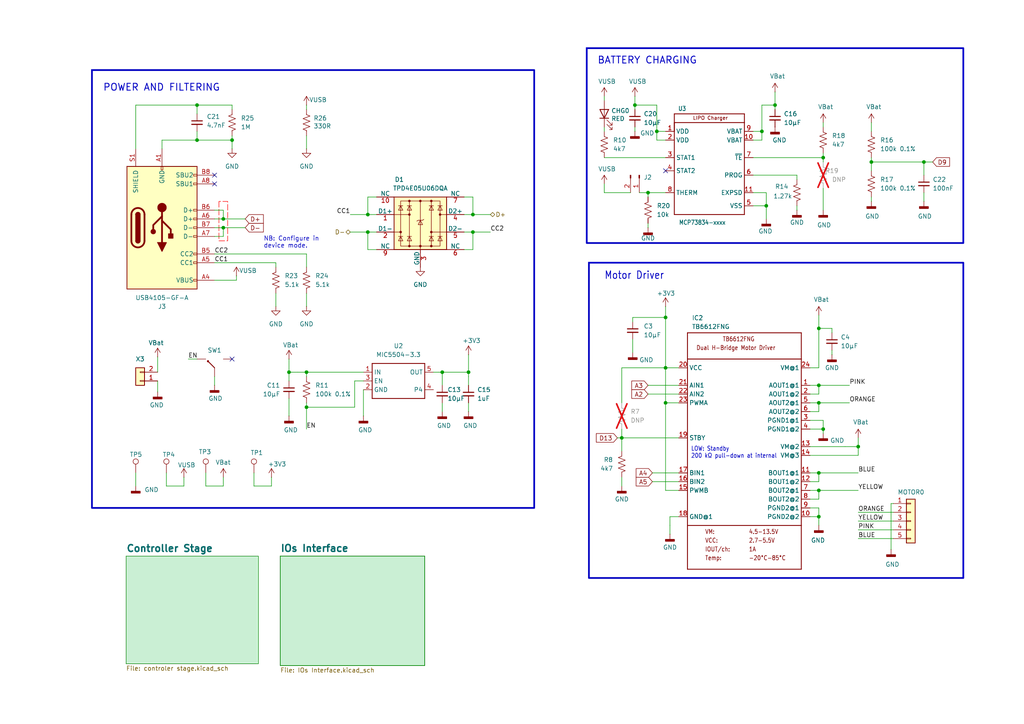
<source format=kicad_sch>
(kicad_sch (version 20250114) (generator "eeschema") (generator_version "9.0")
  (paper "A4")
  (title_block (title "FED3 Control Board") (rev "7.4") (company "Kravitz Lab") (comment 1 "Open Ephys, Inc."))
  (rectangle (start 170.18 13.97) (end 279.4 70.485) (stroke (width 0.5)))
  (rectangle (start 170.815 76.2) (end 279.4 167.64) (stroke (width 0.5)))
  (rectangle (start 26.67 20.32) (end 154.94 147.32) (stroke (width 0.5)))
  (text "Motor Driver" (at 175.26 81.28 0) (effects (font (size 2.1844 1.8567) (thickness 0.2321)) (justify left bottom)))
  (text "POWER AND FILTERING" (at 29.845 26.67 0) (effects (font (size 2 2) (thickness 0.25)) (justify left bottom)))
  (text "BATTERY CHARGING" (at 173.228 18.796 0) (effects (font (size 2 2) (thickness 0.25)) (justify left bottom)))
  (text "NB: Configure in\ndevice mode." (at 76.454 72.136 0) (effects (font (size 1.27 1.27)) (justify left bottom)))
  (text "> Ratios to consider when choosing a battery charger\n\n  IPREG/IREG - Precondition current ration\n  VPTH/VREG - Precondition voltage threshold ration\n                          71.5% is 3.00V for a 4.2V bat\n                          66.5% is 2.79V for a 4.2V bat\n\n  ITERM/IREG - Charge termination current ration\n                          7.5%  of 750 mA is  56.25 mA\n                          20.0% of 750 mA is 150.00 mA\n\n  VRTH/VREG - Recharge voltage threshold ration\n                          96.5% is 4.05V for a 4.2V bat\n                          94.0% is 3.98V for a 4.2V bat\n\n> Note:\n\n  Ideally, the charging should stop when charging current drops bellow 0.1C.\n  Leaving the battery connected to the charger bellow 0.1C can lead to overcharging and potentially damage the battery.\n\n> Current devices with battery chargers\n\n  Harp - Timestamp Gen3 (MCP73831T-2ATI/OT)\n  Open Ephys - Ephys test board (MCP73831T-2ATI/OT)\n     IPREG/IREG - 10%\n     VPTH/VREG - 71.5%\n     ITERM/IREG - 20%\n     VRTH/VREG - 94%\n\n  Open Ephys - FED3 v7.2\n     IPREG/IREG - 10%\n     VPTH/VREG - 66.5%\n     ITERM/IREG - 7.5%\n     VRTH/VREG - 96.5%\n\n> Battery specs\n\n   1C = 4400 mA\n   0.1C = 440 mA\n\n> Options to consider\n\n     MPN                !TE    Timer   ITERM/IREG\n     MCP73834T-CNI/MF   Vbat   4h      20% ~160mA @ IREG = 800mA\n     MCP73834T-FCI/MF   GND    6h      7.5% ~60mA @ IREG = 800mA" (at 300.736 176.276 0) (effects (font (size 2.1844 1.8567) (thickness 0.2321)) (justify left bottom)))
  (text "LOW: Standby\n200 kΩ pull-down at internal" (at 200.406 133.096 0) (effects (font (size 1.27 1.0795)) (justify left bottom)))
  (junction (at 222.25 59.69))
  (junction (at 237.49 142.24))
  (junction (at 83.82 107.95))
  (junction (at 88.9 118.11))
  (junction (at 184.15 30.48))
  (junction (at 67.31 40.64))
  (junction (at 252.73 46.99))
  (junction (at 180.34 127))
  (junction (at 238.76 124.46))
  (junction (at 193.04 116.84))
  (junction (at 137.16 62.23))
  (junction (at 237.49 111.76))
  (junction (at 237.49 116.84))
  (junction (at 135.89 107.95))
  (junction (at 57.15 30.48))
  (junction (at 220.98 38.1))
  (junction (at 64.77 66.04))
  (junction (at 106.68 67.31))
  (junction (at 128.27 107.95))
  (junction (at 88.9 107.95))
  (junction (at 190.5 38.1))
  (junction (at 267.97 46.99))
  (junction (at 238.76 45.72))
  (junction (at 248.92 129.54))
  (junction (at 193.04 92.075))
  (junction (at 193.04 106.68))
  (junction (at 64.77 63.5))
  (junction (at 237.49 137.16))
  (junction (at 106.68 62.23))
  (junction (at 224.79 30.48))
  (junction (at 137.16 67.31))
  (junction (at 237.49 149.86))
  (junction (at 237.49 95.25))
  (junction (at 187.96 55.88))
  (junction (at 57.15 40.64))
  (no_connect (at 193.04 49.53))
  (no_connect (at 67.31 104.14))
  (no_connect (at 62.23 50.8))
  (no_connect (at 62.23 53.34))
  (wire (pts (xy 101.6 62.23) (xy 106.68 62.23)))
  (wire (pts (xy 234.95 129.54) (xy 245.11 129.54)) (stroke (width 0.1524)))
  (wire (pts (xy 267.97 46.99) (xy 252.73 46.99)))
  (wire (pts (xy 238.76 121.92) (xy 238.76 124.46)) (stroke (width 0.1524)))
  (wire (pts (xy 234.95 119.38) (xy 237.49 119.38)) (stroke (width 0.1524)))
  (wire (pts (xy 222.25 55.88) (xy 222.25 59.69)))
  (wire (pts (xy 62.23 73.66) (xy 88.9 73.66)))
  (wire (pts (xy 45.72 113.665) (xy 45.72 110.49)) (stroke (width 0.1524)))
  (wire (pts (xy 184.15 30.48) (xy 190.5 30.48)))
  (wire (pts (xy 88.9 107.95) (xy 105.41 107.95)) (stroke (width 0.1524)))
  (wire (pts (xy 234.95 132.08) (xy 248.92 132.08)) (stroke (width 0.1524)))
  (wire (pts (xy 218.44 40.64) (xy 220.98 40.64)))
  (wire (pts (xy 218.44 55.88) (xy 222.25 55.88)))
  (wire (pts (xy 224.79 31.75) (xy 224.79 30.48)))
  (wire (pts (xy 59.69 137.16) (xy 59.69 140.97)))
  (wire (pts (xy 59.69 140.97) (xy 64.77 140.97)))
  (wire (pts (xy 194.31 152.4) (xy 194.31 154.94)))
  (wire (pts (xy 80.01 85.09) (xy 80.01 88.9)))
  (wire (pts (xy 193.04 92.075) (xy 193.04 88.9)) (stroke (width 0.1524)))
  (wire (pts (xy 78.74 140.97) (xy 78.74 138.43)))
  (wire (pts (xy 57.15 104.14) (xy 54.61 104.14)) (stroke (width 0.1524)))
  (wire (pts (xy 62.23 109.22) (xy 62.23 111.76)) (stroke (width 0.1524)))
  (wire (pts (xy 101.6 67.31) (xy 106.68 67.31)))
  (wire (pts (xy 62.23 66.04) (xy 64.77 66.04)))
  (wire (pts (xy 88.9 39.37) (xy 88.9 43.18)))
  (wire (pts (xy 234.95 114.3) (xy 237.49 114.3)) (stroke (width 0.1524)))
  (wire (pts (xy 134.62 72.39) (xy 137.16 72.39)))
  (wire (pts (xy 238.76 44.45) (xy 238.76 45.72)))
  (wire (pts (xy 220.98 40.64) (xy 220.98 38.1)))
  (wire (pts (xy 88.9 85.09) (xy 88.9 88.9)))
  (wire (pts (xy 241.3 96.52) (xy 241.3 95.25)) (stroke (width 0.1524)))
  (wire (pts (xy 259.08 153.67) (xy 248.92 153.67)) (stroke (width 0.1524)))
  (wire (pts (xy 128.27 107.95) (xy 135.89 107.95)) (stroke (width 0.1524)))
  (wire (pts (xy 218.44 50.8) (xy 231.14 50.8)))
  (wire (pts (xy 88.9 109.22) (xy 88.9 107.95)))
  (wire (pts (xy 237.49 111.76) (xy 246.38 111.76)) (stroke (width 0.1524)))
  (wire (pts (xy 57.15 38.1) (xy 57.15 40.64)))
  (wire (pts (xy 237.49 137.16) (xy 248.92 137.16)) (stroke (width 0.1524)))
  (wire (pts (xy 237.49 144.78) (xy 237.49 142.24)) (stroke (width 0.1524)))
  (wire (pts (xy 128.27 116.84) (xy 128.27 119.38)) (stroke (width 0.1524)))
  (wire (pts (xy 224.79 26.67) (xy 224.79 30.48)))
  (wire (pts (xy 57.15 30.48) (xy 57.15 33.02)))
  (wire (pts (xy 196.85 137.16) (xy 189.23 137.16)) (stroke (width 0.1524)))
  (wire (pts (xy 193.04 116.84) (xy 193.04 142.24)) (stroke (width 0.1524)))
  (wire (pts (xy 187.96 57.15) (xy 187.96 55.88)))
  (wire (pts (xy 64.77 60.96) (xy 64.77 63.5)))
  (wire (pts (xy 86.36 107.95) (xy 88.9 107.95)))
  (wire (pts (xy 180.34 138.43) (xy 180.34 140.97)) (stroke (width 0.1524)))
  (wire (pts (xy 248.92 127) (xy 248.92 129.54)))
  (wire (pts (xy 39.37 137.16) (xy 39.37 140.97)))
  (wire (pts (xy 237.49 95.25) (xy 237.49 106.68)) (stroke (width 0.1524)))
  (wire (pts (xy 46.99 40.64) (xy 46.99 43.18)))
  (wire (pts (xy 64.77 63.5) (xy 71.12 63.5)))
  (wire (pts (xy 128.27 109.22) (xy 128.27 107.95)) (stroke (width 0.1524)))
  (wire (pts (xy 142.24 62.23) (xy 137.16 62.23)))
  (wire (pts (xy 237.49 149.86) (xy 237.49 152.4)) (stroke (width 0.1524)))
  (wire (pts (xy 39.37 30.48) (xy 57.15 30.48)))
  (wire (pts (xy 252.73 57.15) (xy 252.73 58.42)))
  (wire (pts (xy 190.5 38.1) (xy 190.5 40.64)))
  (wire (pts (xy 135.89 107.95) (xy 135.89 109.22)) (stroke (width 0.1524)))
  (wire (pts (xy 248.92 129.54) (xy 248.92 132.08)))
  (wire (pts (xy 179.07 127) (xy 180.34 127)) (stroke (width 0.1524)))
  (wire (pts (xy 238.76 45.72) (xy 238.76 46.99)))
  (wire (pts (xy 196.85 116.84) (xy 193.04 116.84)) (stroke (width 0.1524)))
  (wire (pts (xy 237.49 95.25) (xy 241.3 95.25)) (stroke (width 0.1524)))
  (wire (pts (xy 175.26 53.34) (xy 175.26 55.88)))
  (wire (pts (xy 238.76 54.61) (xy 238.76 60.96)))
  (wire (pts (xy 62.23 76.2) (xy 80.01 76.2)))
  (wire (pts (xy 83.82 115.57) (xy 83.82 120.65)) (stroke (width 0.1524)))
  (wire (pts (xy 183.515 93.345) (xy 183.515 92.075)) (stroke (width 0.1524)))
  (wire (pts (xy 234.95 111.76) (xy 237.49 111.76)) (stroke (width 0.1524)))
  (wire (pts (xy 135.89 109.22) (xy 135.89 111.76)))
  (wire (pts (xy 106.68 57.15) (xy 106.68 62.23)))
  (wire (pts (xy 183.515 92.075) (xy 193.04 92.075)) (stroke (width 0.1524)))
  (wire (pts (xy 73.66 137.16) (xy 73.66 140.97)))
  (wire (pts (xy 259.08 156.21) (xy 248.92 156.21)) (stroke (width 0.1524)))
  (wire (pts (xy 83.82 107.95) (xy 86.36 107.95)) (stroke (width 0.1524)))
  (wire (pts (xy 234.95 124.46) (xy 238.76 124.46)) (stroke (width 0.1524)))
  (wire (pts (xy 238.76 124.46) (xy 238.76 125.73)) (stroke (width 0.1524)))
  (wire (pts (xy 135.89 116.84) (xy 135.89 119.38)) (stroke (width 0.1524)))
  (wire (pts (xy 180.34 124.46) (xy 180.34 127)) (stroke (width 0.1524)))
  (wire (pts (xy 184.15 36.83) (xy 184.15 38.1)))
  (wire (pts (xy 270.51 46.99) (xy 267.97 46.99)))
  (wire (pts (xy 259.08 151.13) (xy 248.92 151.13)) (stroke (width 0.1524)))
  (wire (pts (xy 234.95 142.24) (xy 237.49 142.24)) (stroke (width 0.1524)))
  (wire (pts (xy 190.5 30.48) (xy 190.5 38.1)))
  (wire (pts (xy 175.26 45.72) (xy 193.04 45.72)))
  (wire (pts (xy 237.49 116.84) (xy 237.49 119.38)) (stroke (width 0.1524)))
  (wire (pts (xy 62.23 81.28) (xy 68.58 81.28)))
  (wire (pts (xy 259.08 146.05) (xy 258.445 146.05)) (stroke (width 0.1524)))
  (wire (pts (xy 128.27 109.22) (xy 128.27 111.76)))
  (wire (pts (xy 187.96 114.3) (xy 196.85 114.3)) (stroke (width 0.1524)))
  (wire (pts (xy 196.85 139.7) (xy 189.23 139.7)) (stroke (width 0.1524)))
  (wire (pts (xy 73.66 140.97) (xy 78.74 140.97)))
  (wire (pts (xy 237.49 91.44) (xy 237.49 95.25)) (stroke (width 0.1524)))
  (wire (pts (xy 62.23 60.96) (xy 64.77 60.96)))
  (wire (pts (xy 175.26 27.94) (xy 175.26 29.21)))
  (wire (pts (xy 64.77 140.97) (xy 64.77 138.43)))
  (wire (pts (xy 180.34 106.68) (xy 193.04 106.68)) (stroke (width 0.1524)))
  (wire (pts (xy 234.95 144.78) (xy 237.49 144.78)) (stroke (width 0.1524)))
  (wire (pts (xy 234.95 147.32) (xy 237.49 147.32)) (stroke (width 0.1524)))
  (wire (pts (xy 88.9 116.84) (xy 88.9 118.11)) (stroke (width 0.1524)))
  (wire (pts (xy 220.98 30.48) (xy 224.79 30.48)))
  (wire (pts (xy 234.95 149.86) (xy 237.49 149.86)) (stroke (width 0.1524)))
  (wire (pts (xy 241.3 101.6) (xy 241.3 102.87)))
  (wire (pts (xy 248.92 129.54) (xy 245.11 129.54)))
  (wire (pts (xy 231.14 50.8) (xy 231.14 52.07)))
  (wire (pts (xy 237.49 147.32) (xy 237.49 149.86)) (stroke (width 0.1524)))
  (wire (pts (xy 135.89 107.95) (xy 135.89 102.87)) (stroke (width 0.1524)))
  (wire (pts (xy 106.68 72.39) (xy 106.68 67.31)))
  (wire (pts (xy 190.5 40.64) (xy 193.04 40.64)))
  (wire (pts (xy 184.15 27.94) (xy 184.15 30.48)))
  (wire (pts (xy 237.49 116.84) (xy 246.38 116.84)) (stroke (width 0.1524)))
  (wire (pts (xy 45.72 103.505) (xy 45.72 107.95)) (stroke (width 0.1524)))
  (wire (pts (xy 67.31 30.48) (xy 57.15 30.48)))
  (wire (pts (xy 109.22 72.39) (xy 106.68 72.39)))
  (wire (pts (xy 180.34 127) (xy 180.34 130.81)) (stroke (width 0.1524)))
  (wire (pts (xy 234.95 137.16) (xy 237.49 137.16)) (stroke (width 0.1524)))
  (wire (pts (xy 102.87 118.11) (xy 102.87 110.49)) (stroke (width 0.1524)))
  (wire (pts (xy 109.22 57.15) (xy 106.68 57.15)))
  (wire (pts (xy 196.85 106.68) (xy 193.04 106.68)) (stroke (width 0.1524)))
  (wire (pts (xy 105.41 113.03) (xy 105.41 120.65)) (stroke (width 0.1524)))
  (wire (pts (xy 237.49 106.68) (xy 234.95 106.68)))
  (wire (pts (xy 175.26 36.83) (xy 175.26 38.1)))
  (wire (pts (xy 180.34 127) (xy 196.85 127)) (stroke (width 0.1524)))
  (wire (pts (xy 67.31 39.37) (xy 67.31 40.64)))
  (wire (pts (xy 234.95 139.7) (xy 237.49 139.7)) (stroke (width 0.1524)))
  (wire (pts (xy 238.76 121.92) (xy 234.95 121.92)) (stroke (width 0.1524)))
  (wire (pts (xy 64.77 66.04) (xy 71.12 66.04)))
  (wire (pts (xy 184.15 31.75) (xy 184.15 30.48)))
  (wire (pts (xy 134.62 57.15) (xy 137.16 57.15)))
  (wire (pts (xy 62.23 63.5) (xy 64.77 63.5)))
  (wire (pts (xy 234.95 116.84) (xy 237.49 116.84)) (stroke (width 0.1524)))
  (wire (pts (xy 134.62 67.31) (xy 137.16 67.31)))
  (wire (pts (xy 193.04 106.68) (xy 193.04 116.84)) (stroke (width 0.1524)))
  (wire (pts (xy 88.9 118.11) (xy 102.87 118.11)) (stroke (width 0.1524)))
  (wire (pts (xy 53.34 140.97) (xy 53.34 138.43)))
  (wire (pts (xy 187.96 55.88) (xy 193.04 55.88)))
  (wire (pts (xy 237.49 111.76) (xy 237.49 114.3)) (stroke (width 0.1524)))
  (wire (pts (xy 187.96 64.77) (xy 187.96 66.04)))
  (wire (pts (xy 62.23 68.58) (xy 64.77 68.58)))
  (wire (pts (xy 193.04 106.68) (xy 193.04 92.075)) (stroke (width 0.1524)))
  (wire (pts (xy 183.515 98.425) (xy 183.515 102.235)) (stroke (width 0.1524)))
  (wire (pts (xy 48.26 137.16) (xy 48.26 140.97)))
  (wire (pts (xy 267.97 46.99) (xy 267.97 50.8)))
  (wire (pts (xy 83.82 107.95) (xy 83.82 110.49)) (stroke (width 0.1524)))
  (wire (pts (xy 259.08 148.59) (xy 248.92 148.59)) (stroke (width 0.1524)))
  (wire (pts (xy 218.44 38.1) (xy 220.98 38.1)))
  (wire (pts (xy 187.96 111.76) (xy 196.85 111.76)) (stroke (width 0.1524)))
  (wire (pts (xy 222.25 59.69) (xy 222.25 63.5)))
  (wire (pts (xy 267.97 55.88) (xy 267.97 58.42)))
  (wire (pts (xy 137.16 62.23) (xy 134.62 62.23)))
  (wire (pts (xy 39.37 30.48) (xy 39.37 43.18)))
  (wire (pts (xy 106.68 67.31) (xy 109.22 67.31)))
  (wire (pts (xy 57.15 40.64) (xy 46.99 40.64)))
  (wire (pts (xy 88.9 30.48) (xy 88.9 31.75)))
  (wire (pts (xy 237.49 139.7) (xy 237.49 137.16)) (stroke (width 0.1524)))
  (wire (pts (xy 252.73 46.99) (xy 252.73 45.72)))
  (wire (pts (xy 252.73 35.56) (xy 252.73 38.1)))
  (wire (pts (xy 88.9 73.66) (xy 88.9 77.47)))
  (wire (pts (xy 102.87 110.49) (xy 105.41 110.49)) (stroke (width 0.1524)))
  (wire (pts (xy 220.98 30.48) (xy 220.98 38.1)))
  (wire (pts (xy 83.82 104.14) (xy 83.82 107.95)) (stroke (width 0.1524)))
  (wire (pts (xy 137.16 57.15) (xy 137.16 62.23)))
  (wire (pts (xy 185.42 55.88) (xy 187.96 55.88)))
  (wire (pts (xy 67.31 31.75) (xy 67.31 30.48)))
  (wire (pts (xy 137.16 67.31) (xy 142.24 67.31)))
  (wire (pts (xy 196.85 142.24) (xy 193.04 142.24)) (stroke (width 0.1524)))
  (wire (pts (xy 196.85 149.86) (xy 194.31 149.86)) (stroke (width 0.1524)))
  (wire (pts (xy 67.31 40.64) (xy 67.31 43.18)))
  (wire (pts (xy 125.73 107.95) (xy 128.27 107.95)) (stroke (width 0.1524)))
  (wire (pts (xy 80.01 76.2) (xy 80.01 77.47)))
  (wire (pts (xy 194.31 149.86) (xy 194.31 152.4)) (stroke (width 0.1524)))
  (wire (pts (xy 180.34 106.68) (xy 180.34 116.84)) (stroke (width 0.1524)))
  (wire (pts (xy 238.76 35.56) (xy 238.76 36.83)))
  (wire (pts (xy 218.44 45.72) (xy 238.76 45.72)))
  (wire (pts (xy 68.58 80.01) (xy 68.58 81.28)))
  (wire (pts (xy 64.77 66.04) (xy 64.77 68.58)))
  (wire (pts (xy 231.14 60.96) (xy 231.14 59.69)) (stroke (width 0.1524)))
  (wire (pts (xy 237.49 142.24) (xy 248.92 142.24)) (stroke (width 0.1524)))
  (wire (pts (xy 193.04 38.1) (xy 190.5 38.1)))
  (wire (pts (xy 218.44 59.69) (xy 222.25 59.69)))
  (wire (pts (xy 252.73 46.99) (xy 252.73 49.53)))
  (wire (pts (xy 88.9 118.11) (xy 88.9 124.46)) (stroke (width 0.1524)))
  (wire (pts (xy 57.15 40.64) (xy 67.31 40.64)))
  (wire (pts (xy 137.16 72.39) (xy 137.16 67.31)))
  (wire (pts (xy 258.445 146.05) (xy 258.445 159.385)))
  (wire (pts (xy 106.68 62.23) (xy 109.22 62.23)))
  (wire (pts (xy 182.88 55.88) (xy 175.26 55.88)))
  (wire (pts (xy 48.26 140.97) (xy 53.34 140.97)))
  (label "CC2" (at 62.23 73.66 0))
  (label "ORANGE" (at 246.38 116.84 0))
  (label "BLUE" (at 248.92 137.16 0))
  (label "EN" (at 54.61 104.14 0) (effects (font (thickness 0.1588))))
  (label "ORANGE" (at 248.92 148.59 0))
  (label "EN" (at 88.9 124.46 0) (effects (font (thickness 0.1588))))
  (label "CC1" (at 62.23 76.2 0))
  (label "YELLOW" (at 248.92 142.24 0))
  (label "CC2" (at 142.24 67.31 0))
  (label "YELLOW" (at 248.92 151.13 0))
  (label "BLUE" (at 248.92 156.21 0))
  (label "PINK" (at 246.38 111.76 0))
  (label "CC1" (at 101.6 62.23 180))
  (label "PINK" (at 248.92 153.67 0))
  (global_label "A4" (shape input) (at 189.23 137.16 180) (property "Intersheetrefs" "${INTERSHEET_REFS}" (effects (hide yes))))
  (global_label "A3" (shape input) (at 187.96 111.76 180) (property "Intersheetrefs" "${INTERSHEET_REFS}" (effects (hide yes))))
  (global_label "D+" (shape input) (at 71.12 63.5 0) (property "Intersheetrefs" "${INTERSHEET_REFS}" (effects (hide yes))))
  (global_label "A2" (shape input) (at 187.96 114.3 180) (property "Intersheetrefs" "${INTERSHEET_REFS}" (effects (hide yes))))
  (global_label "D13" (shape input) (at 179.07 127 180) (property "Intersheetrefs" "${INTERSHEET_REFS}" (effects (hide yes))))
  (global_label "D-" (shape input) (at 71.12 66.04 0) (property "Intersheetrefs" "${INTERSHEET_REFS}" (effects (hide yes))))
  (global_label "D9" (shape input) (at 270.51 46.99 0) (property "Intersheetrefs" "${INTERSHEET_REFS}" (effects (hide yes))))
  (global_label "A5" (shape input) (at 189.23 139.7 180) (property "Intersheetrefs" "${INTERSHEET_REFS}" (effects (hide yes))))
  (hierarchical_label "D+" (shape bidirectional) (at 142.24 62.23 0))
  (hierarchical_label "D-" (shape bidirectional) (at 101.6 67.31 180))
  (rule_area (polyline (pts (xy 63.5 58.42) (xy 63.5 69.85) (xy 66.04 69.85) (xy 66.04 58.42)) (stroke (width 0) (type dash))))
  (symbol (lib_id "power:+3V3") (at 193.04 88.9 0) (mirror y) (unit 1)
    (property "Reference" "#+3V06" (effects (hide yes)))
    (property "Value" "+3V3" (at 190.5 85.09 0) (effects (justify right)))
  )
  (symbol (lib_id "Device:R_US") (at 88.9 113.03 0) (unit 1)
    (property "Reference" "R11" (at 91.44 111.7599 0) (effects (justify left)))
    (property "Value" "100k 0.1%" (at 91.44 114.2999 0) (effects (font (thickness 0.1588)) (justify left)))
    (property "Footprint" "Resistor_SMD:R_0402_1005Metric" (effects (hide yes)))
    (property "Description" "SMD 0402 100kΩ ±0.1% 0.063W" (effects (hide yes)))
    (property "OEPSPN" "OEPS020175" (effects (hide yes)))
    (property "MPN" "RG1005P-104-B-T5" (effects (hide yes)))
  )
  (symbol (lib_id "FED3 SymbLib:V_Batt") (at 224.79 26.67 0) (unit 1)
    (property "Reference" "#PWR059" (effects (hide yes)))
    (property "Value" "VBat" (at 223.266 22.098 0) (effects (justify left)))
    (property "Description" "Power symbol creates a global label with name \"V_Batt\"" (effects (hide yes)))
  )
  (symbol (lib_id "power:GNDD") (at 231.14 60.96 0) (unit 1)
    (property "Reference" "#PWR062" (effects (hide yes)))
    (property "Value" "GND" (at 229.108 64.516 0) (effects (justify left)))
    (property "Description" "Power symbol creates a global label with name \"GNDD\" , digital ground" (effects (hide yes)))
  )
  (symbol (lib_id "power:+3V3") (at 135.89 102.87 0) (mirror y) (unit 1)
    (property "Reference" "#+3V02" (effects (hide yes)))
    (property "Value" "+3V3" (at 134.112 98.806 0) (effects (justify right)))
  )
  (symbol (lib_id "FED3 SymbLib:V_Batt") (at 45.72 103.505 0) (mirror y) (unit 1)
    (property "Reference" "#PWR05" (effects (hide yes)))
    (property "Value" "VBat" (at 47.498 99.441 0) (effects (justify left)))
    (property "Description" "Power symbol creates a global label with name \"V_Batt\"" (effects (hide yes)))
  )
  (symbol (lib_id "Connector_Generic:Conn_01x02") (at 40.64 110.49 180) (unit 1)
    (property "Reference" "X3" (at 40.64 104.14 0))
    (property "Value" "B2B-PH-K-S" (effects (hide yes)))
    (property "Footprint" "FED3_PCBLib:JST-XH-02-PACKAGE-ROUND-PAD" (effects (hide yes)))
    (property "Description" "Generic connector, single row, 01x02" (effects (hide yes)))
    (property "OEPSPN" "OEPS070130" (effects (hide yes)))
    (property "MPN" "B2B-PH-K-S(LF)(SN)" (effects (hide yes)))
  )
  (symbol (lib_id "power:GNDD") (at 39.37 140.97 0) (unit 1)
    (property "Reference" "#PWR067" (effects (hide yes)))
    (property "Value" "GND" (at 41.91 142.0494 0) (effects (justify left)))
    (property "Description" "Power symbol creates a global label with name \"GNDD\" , digital ground" (effects (hide yes)))
  )
  (symbol (lib_id "power:GNDD") (at 258.445 159.385 0) (mirror y) (unit 1)
    (property "Reference" "#PWR051" (effects (hide yes)))
    (property "Value" "GND" (at 256.794 163.703 0) (effects (justify right)))
    (property "Description" "Power symbol creates a global label with name \"GNDD\" , digital ground" (effects (hide yes)))
  )
  (symbol (lib_id "Device:R_US") (at 88.9 35.56 0) (unit 1)
    (property "Reference" "R26" (at 90.932 34.29 0) (effects (justify left)))
    (property "Value" "330R" (at 90.932 36.576 0) (effects (font (thickness 0.1588)) (justify left)))
    (property "Footprint" "Resistor_SMD:R_0402_1005Metric" (effects (hide yes)))
    (property "Description" "SMD 0402 330Ω ±1% 0.200W" (effects (hide yes)))
    (property "OEPSPN" "OEPS020191" (effects (hide yes)))
    (property "MPN" "CRCW0402330RFKEDHP" (effects (hide yes)))
  )
  (symbol (lib_id "power:GNDD") (at 241.3 102.87 0) (mirror y) (unit 1)
    (property "Reference" "#PWR014" (effects (hide yes)))
    (property "Value" "GND" (at 239.268 106.68 0) (effects (justify right)))
    (property "Description" "Power symbol creates a global label with name \"GNDD\" , digital ground" (effects (hide yes)))
  )
  (symbol (lib_id "Device:C_Small") (at 128.27 114.3 0) (unit 1)
    (property "Reference" "C13" (at 129.794 113.03 0) (effects (justify left)))
    (property "Value" "10µF" (at 129.794 115.57 0) (effects (justify left)))
    (property "Footprint" "Capacitor_SMD:C_0402_1005Metric" (effects (hide yes)))
    (property "Description" "Unpolarized capacitor, small symbol" (effects (hide yes)))
    (property "OEPSPN" "OEPS010038" (effects (hide yes)))
    (property "MPN" "CL05A106MP5NUNC" (effects (hide yes)))
  )
  (symbol (lib_id "FED3 SymbLib:VREG_SOT23-5") (at 115.57 110.49 0) (unit 1)
    (property "Reference" "U2" (at 115.57 100.33 0))
    (property "Value" "MIC5504-3.3" (at 115.57 102.87 0))
    (property "Footprint" "Package_TO_SOT_SMD:SOT-23-5" (effects (hide yes)))
    (property "Description" "LDO 3.3V 300mA" (effects (hide yes)))
    (property "OEPSPN" "OEPS080052" (effects (hide yes)))
    (property "MPN" "MIC5504-3.3YM5-TR" (effects (hide yes)))
  )
  (symbol (lib_id "power:GNDD") (at 180.34 140.97 0) (unit 1)
    (property "Reference" "#PWR019" (effects (hide yes)))
    (property "Value" "GND" (at 178.308 144.78 0) (effects (justify left)))
    (property "Description" "Power symbol creates a global label with name \"GNDD\" , digital ground" (effects (hide yes)))
  )
  (symbol (lib_id "Device:C_Small") (at 135.89 114.3 0) (unit 1)
    (property "Reference" "C15" (at 138.43 113.0362 0) (effects (justify left)))
    (property "Value" "1uF" (at 138.43 115.5762 0) (effects (justify left)))
    (property "Footprint" "Capacitor_SMD:C_0402_1005Metric" (effects (hide yes)))
    (property "Description" "SMD CER 0402 1uF 25V ±10% X5R" (effects (hide yes)))
    (property "OEPSPN" "OEPS010030" (effects (hide yes)))
    (property "MPN" "C1005X5R1E105K050BC" (effects (hide yes)))
  )
  (symbol (lib_id "Device:R_US") (at 231.14 55.88 0) (mirror y) (unit 1)
    (property "Reference" "R14" (at 224.79 54.102 0) (effects (justify right)))
    (property "Value" "1.27k" (at 224.282 56.896 0) (effects (justify right)))
    (property "Footprint" "Resistor_SMD:R_0402_1005Metric" (effects (hide yes)))
    (property "Description" "SMD 0402 1.27kΩ ±1% 0.063W" (effects (hide yes)))
    (property "OEPSPN" "OEPS020190" (effects (hide yes)))
    (property "MPN" "CRCW04021K27FKED" (effects (hide yes)))
  )
  (symbol (lib_id "FED3 SymbLib:VUSB") (at 88.9 30.48 0) (unit 1)
    (property "Reference" "#PWR074" (effects (hide yes)))
    (property "Value" "VUSB" (at 89.662 28.956 0) (effects (justify left)))
    (property "Description" "Power symbol creates a global label with name \"VUSB\"" (effects (hide yes)))
  )
  (symbol (lib_id "power:GNDD") (at 105.41 120.65 0) (unit 1)
    (property "Reference" "#PWR0103" (effects (hide yes)))
    (property "Value" "GND" (at 103.886 124.714 0) (effects (justify left)))
    (property "Description" "Power symbol creates a global label with name \"GNDD\" , digital ground" (effects (hide yes)))
  )
  (symbol (lib_id "FED3 SymbLib:VUSB") (at 184.15 27.94 0) (unit 1)
    (property "Reference" "#PWR02" (effects (hide yes)))
    (property "Value" "VUSB" (at 182.372 23.622 0) (effects (justify left)))
    (property "Description" "Power symbol creates a global label with name \"VUSB\"" (effects (hide yes)))
  )
  (symbol (lib_id "Device:C_Small") (at 267.97 53.34 0) (unit 1)
    (property "Reference" "C22" (at 270.51 52.0762 0) (effects (justify left)))
    (property "Value" "100nF" (at 270.51 54.6162 0) (effects (justify left)))
    (property "Footprint" "Capacitor_SMD:C_0402_1005Metric" (effects (hide yes)))
    (property "Description" "SMD CER 0402 100nF 25V ±10% X7R" (effects (hide yes)))
    (property "OEPSPN" "OEPS010050" (effects (hide yes)))
    (property "MPN" "C1005X7R1E104K050BB" (effects (hide yes)))
  )
  (symbol (lib_id "power:GND") (at 67.31 43.18 0) (mirror y) (unit 1)
    (property "Reference" "#PWR0732" (effects (hide yes)))
    (property "Value" "GND" (at 67.31 48.26 0))
    (property "Description" "Power symbol creates a global label with name \"GND\" , ground" (effects (hide yes)))
  )
  (symbol (lib_id "power:GNDD") (at 187.96 66.04 0) (mirror y) (unit 1)
    (property "Reference" "#PWR066" (effects (hide yes)))
    (property "Value" "GND" (at 189.992 69.088 0) (effects (justify left)))
    (property "Description" "Power symbol creates a global label with name \"GNDD\" , digital ground" (effects (hide yes)))
  )
  (symbol (lib_id "Connector:USB_C_Receptacle_USB2.0_16P") (at 46.99 66.04 0) (mirror x) (unit 1)
    (property "Reference" "J3" (at 46.99 88.9 0))
    (property "Value" "USB4105-GF-A" (at 46.99 86.36 0))
    (property "Footprint" "Connector_USB:USB_C_Receptacle_GCT_USB4105-xx-A_16P_TopMnt_Horizontal" (effects (hide yes)))
    (property "Datasheet" "https://www.usb.org/sites/default/files/documents/usb_type-c.zip" (effects (hide yes)))
    (property "Description" "USB 2.0-only 16P Type-C Receptacle connector" (effects (hide yes)))
    (property "MPN" "USB4105-GF-A" (effects (hide yes)))
    (property "OEPSPN" "OEPS070105" (effects (hide yes)))
  )
  (symbol (lib_id "Connector:TestPoint") (at 39.37 137.16 0) (unit 1) (in_bom no)
    (property "Reference" "TP5" (at 37.592 131.826 0) (effects (justify left)))
    (property "Value" "GND" (effects (hide yes)))
    (property "Footprint" "TestPoint:TestPoint_THTPad_2.0x2.0mm_Drill1.0mm" (effects (hide yes)))
    (property "Description" "test point" (effects (hide yes)))
  )
  (symbol (lib_id "FED3 SymbLib:V_Batt") (at 64.77 138.43 0) (unit 1)
    (property "Reference" "#PWR065" (effects (hide yes)))
    (property "Value" "VBat" (at 62.484 134.112 0) (effects (justify left)))
    (property "Description" "Power symbol creates a global label with name \"V_Batt\"" (effects (hide yes)))
  )
  (symbol (lib_id "Device:R_US") (at 180.34 134.62 0) (mirror x) (unit 1)
    (property "Reference" "R8" (at 177.8 133.3499 0) (effects (justify right)))
    (property "Value" "4k7" (at 177.8 135.8899 0) (effects (font (thickness 0.1588)) (justify right)))
    (property "Footprint" "Resistor_SMD:R_0402_1005Metric" (effects (hide yes)))
    (property "Description" "SMD 0402 4.7k 1% 0.100W" (effects (hide yes)))
    (property "OEPSPN" "OEPS020010" (effects (hide yes)))
    (property "MPN" "ERJ-2RKF4701X" (effects (hide yes)))
  )
  (symbol (lib_id "FED3_v7.3 SymLib:VUSB") (at 53.34 138.43 0) (unit 1)
    (property "Reference" "#PWR09" (effects (hide yes)))
    (property "Value" "VUSB" (at 51.562 134.874 0) (effects (justify left)))
    (property "Description" "Power symbol creates a global label with name \"VUSB\"" (effects (hide yes)))
  )
  (symbol (lib_id "power:GNDD") (at 194.31 154.94 0) (unit 1)
    (property "Reference" "#PWR013" (effects (hide yes)))
    (property "Value" "GND" (at 192.278 158.75 0) (effects (justify left)))
    (property "Description" "Power symbol creates a global label with name \"GNDD\" , digital ground" (effects (hide yes)))
  )
  (symbol (lib_id "power:GNDD") (at 183.515 102.235 0) (unit 1)
    (property "Reference" "#PWR010" (effects (hide yes)))
    (property "Value" "GND" (at 185.42 104.394 0) (effects (justify left)))
    (property "Description" "Power symbol creates a global label with name \"GNDD\" , digital ground" (effects (hide yes)))
  )
  (symbol (lib_id "Device:C_Small") (at 241.3 99.06 0) (mirror y) (unit 1)
    (property "Reference" "C4" (at 243.84 97.7962 0) (effects (justify right)))
    (property "Value" "10µF" (at 243.84 100.3362 0) (effects (justify right)))
    (property "Footprint" "Capacitor_SMD:C_0402_1005Metric" (effects (hide yes)))
    (property "Description" "Unpolarized capacitor, small symbol" (effects (hide yes)))
    (property "OEPSPN" "OEPS010038" (effects (hide yes)))
    (property "MPN" "CL05A106MP5NUNC" (effects (hide yes)))
  )
  (symbol (lib_id "Device:C_Small") (at 184.15 34.29 0) (unit 1)
    (property "Reference" "C20" (at 186.69 33.0262 0) (effects (justify left)))
    (property "Value" "10µF" (at 186.69 35.5662 0) (effects (justify left)))
    (property "Footprint" "Capacitor_SMD:C_0402_1005Metric" (effects (hide yes)))
    (property "Description" "Unpolarized capacitor, small symbol" (effects (hide yes)))
    (property "OEPSPN" "OEPS010038" (effects (hide yes)))
    (property "MPN" "CL05A106MP5NUNC" (effects (hide yes)))
  )
  (symbol (lib_id "power:GNDD") (at 62.23 111.76 0) (unit 1)
    (property "Reference" "#PWR021" (effects (hide yes)))
    (property "Value" "GND" (at 60.452 115.57 0) (effects (justify left)))
    (property "Description" "Power symbol creates a global label with name \"GNDD\" , digital ground" (effects (hide yes)))
  )
  (symbol (lib_id "Device:LED") (at 175.26 33.02 90) (unit 1)
    (property "Reference" "CHG0" (at 177.292 32.131 90) (effects (justify right)))
    (property "Value" "RED" (at 177.292 34.417 90) (effects (justify right)))
    (property "Footprint" "LED_SMD:LED_0603_1608Metric" (effects (hide yes)))
    (property "Description" "Light emitting diode" (effects (hide yes)))
    (property "OEPSPN" "OEPS030038" (effects (hide yes)))
    (property "MPN" "VFHR1116P-4C82A-TR" (effects (hide yes)))
  )
  (symbol (lib_id "power:GND") (at 121.92 77.47 0) (unit 1)
    (property "Reference" "#PWR0738" (effects (hide yes)))
    (property "Value" "GND" (at 121.92 82.55 0))
    (property "Description" "Power symbol creates a global label with name \"GND\" , ground" (effects (hide yes)))
  )
  (symbol (lib_id "Device:R_US") (at 187.96 60.96 0) (mirror y) (unit 1)
    (property "Reference" "R20" (at 190.5 59.6899 0) (effects (justify right)))
    (property "Value" "10k" (at 190.5 62.2299 0) (effects (font (thickness 0.127)) (justify right)))
    (property "Footprint" "Resistor_SMD:R_0402_1005Metric" (effects (hide yes)))
    (property "Description" "SMD 0402 10kΩ ±1% 0.100W" (effects (hide yes)))
    (property "OEPSPN" "OEPS020013" (effects (hide yes)))
    (property "MPN" "ERJ-2RKF1002X" (effects (hide yes)))
  )
  (symbol (lib_id "power:GNDD") (at 222.25 63.5 0) (unit 1)
    (property "Reference" "#PWR023" (effects (hide yes)))
    (property "Value" "GND" (at 219.964 67.056 0) (effects (justify left)))
    (property "Description" "Power symbol creates a global label with name \"GNDD\" , digital ground" (effects (hide yes)))
  )
  (symbol (lib_id "power:GNDD") (at 45.72 113.665 0) (unit 1)
    (property "Reference" "#PWR015" (effects (hide yes)))
    (property "Value" "GND" (at 47.498 117.475 0) (effects (justify right)))
    (property "Description" "Power symbol creates a global label with name \"GNDD\" , digital ground" (effects (hide yes)))
  )
  (symbol (lib_id "FED3 SymbLib:VUSB") (at 175.26 53.34 0) (unit 1)
    (property "Reference" "#PWR070" (effects (hide yes)))
    (property "Value" "VUSB" (at 173.482 49.022 0) (effects (justify left)))
    (property "Description" "Power symbol creates a global label with name \"VUSB\"" (effects (hide yes)))
  )
  (symbol (lib_id "Device:R_US") (at 238.76 40.64 180) (unit 1)
    (property "Reference" "R18" (at 241.3 39.3699 0) (effects (justify right)))
    (property "Value" "4k7" (at 241.3 41.9099 0) (effects (font (thickness 0.1588)) (justify right)))
    (property "Footprint" "Resistor_SMD:R_0402_1005Metric" (effects (hide yes)))
    (property "Description" "SMD 0402 4.7k 1% 0.100W" (effects (hide yes)))
    (property "OEPSPN" "OEPS020010" (effects (hide yes)))
    (property "MPN" "ERJ-2RKF4701X" (effects (hide yes)))
  )
  (symbol (lib_id "power:GND") (at 80.01 88.9 0) (mirror y) (unit 1)
    (property "Reference" "#PWR0739" (effects (hide yes)))
    (property "Value" "GND" (at 80.01 93.98 0))
    (property "Description" "Power symbol creates a global label with name \"GND\" , ground" (effects (hide yes)))
  )
  (symbol (lib_id "power:GNDD") (at 184.15 38.1 0) (unit 1)
    (property "Reference" "#PWR08" (effects (hide yes)))
    (property "Value" "GND" (at 185.674 38.608 0) (effects (justify left)))
    (property "Description" "Power symbol creates a global label with name \"GNDD\" , digital ground" (effects (hide yes)))
  )
  (symbol (lib_id "Device:C_Small") (at 83.82 113.03 0) (unit 1)
    (property "Reference" "C11" (at 81.28 111.7662 0) (effects (justify right)))
    (property "Value" "10µF" (at 81.28 114.3062 0) (effects (justify right)))
    (property "Footprint" "Capacitor_SMD:C_0402_1005Metric" (effects (hide yes)))
    (property "Description" "Unpolarized capacitor, small symbol" (effects (hide yes)))
    (property "OEPSPN" "OEPS010038" (effects (hide yes)))
    (property "MPN" "CL05A106MP5NUNC" (effects (hide yes)))
  )
  (symbol (lib_id "Device:R_US") (at 67.31 35.56 0) (mirror y) (unit 1)
    (property "Reference" "R25" (at 69.85 34.2899 0) (effects (justify right)))
    (property "Value" "1M" (at 69.85 36.8299 0) (effects (justify right)))
    (property "Footprint" "Resistor_SMD:R_0402_1005Metric" (effects (hide yes)))
    (property "Description" "SMD 0402 1MΩ ±1% 0.063W" (effects (hide yes)))
    (property "MPN" "CRCW04021M00FKED" (effects (hide yes)))
    (property "OEPSPN" "OEPS020026" (effects (hide yes)))
  )
  (symbol (lib_id "Power_Protection:TPD4E05U06DQA") (at 121.92 64.77 0) (unit 1)
    (property "Reference" "D1" (at 115.824 52.07 0))
    (property "Value" "TPD4E05U06DQA" (at 121.92 54.61 0))
    (property "Footprint" "Package_SON:USON-10_2.5x1.0mm_P0.5mm" (effects (hide yes)))
    (property "Datasheet" "https://www.ti.com/lit/ds/symlink/tpd4e05u06.pdf" (effects (hide yes)))
    (property "Description" "4-Channel ESD Protection for Super-Speed USB 3.0 Interface, USON-10" (effects (hide yes)))
    (property "MPN" "TPD4E05U06DQAR" (effects (hide yes)))
    (property "OEPSPN" "OEPS030037" (effects (hide yes)))
  )
  (symbol (lib_id "FED3 SymbLib:SSSS811101") (at 62.23 104.14 0) (unit 1)
    (property "Reference" "SW1" (at 62.23 101.6 0))
    (property "Value" "Sw" (effects (hide yes)))
    (property "Footprint" "FED3_PCBLib:SSSS811101" (effects (hide yes)))
    (property "Description" "SWITCH SLIDE SPDT 0.3A 5V (OEPS K01 017)" (effects (hide yes)))
    (property "OEPSPN" "OEPS100064" (effects (hide yes)))
    (property "MPN" "SSSS811101" (effects (hide yes)))
  )
  (symbol (lib_id "Connector:TestPoint") (at 48.26 137.16 0) (unit 1) (in_bom no)
    (property "Reference" "TP4" (at 50.8 132.5879 0) (effects (justify right bottom)))
    (property "Value" "VUSB" (effects (hide yes)))
    (property "Footprint" "TestPoint:TestPoint_Pad_1.0x1.0mm" (effects (hide yes)))
  )
  (symbol (lib_id "Device:R_US") (at 88.9 81.28 0) (mirror y) (unit 1)
    (property "Reference" "R24" (at 91.44 80.0099 0) (effects (justify right)))
    (property "Value" "5.1k" (at 91.44 82.5499 0) (effects (justify right)))
    (property "Footprint" "Resistor_SMD:R_0402_1005Metric" (effects (hide yes)))
    (property "Description" "SMD 0402 5.1k 1% 0.100W" (effects (hide yes)))
    (property "MPN" "ERJ-2RKF5101X" (effects (hide yes)))
    (property "OEPSPN" "OEPS020173" (effects (hide yes)))
  )
  (symbol (lib_id "power:+3V3") (at 78.74 138.43 0) (mirror y) (unit 1)
    (property "Reference" "#+3V017" (effects (hide yes)))
    (property "Value" "+3V3" (at 77.724 134.62 0) (effects (justify right)))
  )
  (symbol (lib_id "Device:R_US") (at 238.76 50.8 0) (unit 1) (dnp yes)
    (property "Reference" "R19" (at 241.3 49.5299 0))
    (property "Value" "DNP" (at 241.3 52.0699 0) (effects (font (thickness 0.1588)) (justify left)))
    (property "Footprint" "Resistor_SMD:R_0402_1005Metric" (effects (hide yes)))
    (property "OEPSPN" "OEPS000000" (effects (hide yes)))
    (property "MPN" "n.a." (effects (hide yes)))
  )
  (symbol (lib_id "FED3 SymbLib:V_Batt") (at 252.73 35.56 0) (unit 1)
    (property "Reference" "#PWR060" (effects (hide yes)))
    (property "Value" "VBat" (at 251.206 30.988 0) (effects (justify left)))
    (property "Description" "Power symbol creates a global label with name \"V_Batt\"" (effects (hide yes)))
  )
  (symbol (lib_id "FED3 SymbLib:V_Batt") (at 248.92 127 0) (unit 1)
    (property "Reference" "#PWR01" (effects (hide yes)))
    (property "Value" "VBat" (at 247.396 122.428 0) (effects (justify left)))
    (property "Description" "Power symbol creates a global label with name \"V_Batt\"" (effects (hide yes)))
  )
  (symbol (lib_id "power:GND") (at 88.9 43.18 0) (mirror y) (unit 1)
    (property "Reference" "#PWR0733" (effects (hide yes)))
    (property "Value" "GND" (at 88.9 48.26 0))
    (property "Description" "Power symbol creates a global label with name \"GND\" , ground" (effects (hide yes)))
  )
  (symbol (lib_id "Device:C_Small") (at 224.79 34.29 0) (unit 1)
    (property "Reference" "C16" (at 227.33 33.0262 0) (effects (justify left)))
    (property "Value" "10µF" (at 227.33 35.5662 0) (effects (justify left)))
    (property "Footprint" "Capacitor_SMD:C_0402_1005Metric" (effects (hide yes)))
    (property "Description" "Unpolarized capacitor, small symbol" (effects (hide yes)))
    (property "OEPSPN" "OEPS010038" (effects (hide yes)))
    (property "MPN" "CL05A106MP5NUNC" (effects (hide yes)))
  )
  (symbol (lib_id "FED3 SymbLib:VUSB") (at 175.26 27.94 0) (unit 1)
    (property "Reference" "#PWR063" (effects (hide yes)))
    (property "Value" "VUSB" (at 173.482 23.622 0) (effects (justify left)))
    (property "Description" "Power symbol creates a global label with name \"VUSB\"" (effects (hide yes)))
  )
  (symbol (lib_id "FED3 SymbLib:TB6612FNGSSOP") (at 214.63 129.54 0) (unit 1)
    (property "Reference" "IC2" (at 200.66 92.202 0) (effects (justify left)))
    (property "Value" "TB6612FNG" (at 200.66 94.742 0) (effects (justify left)))
    (property "Footprint" "FED3_PCBLib:SSOP24" (effects (hide yes)))
    (property "Description" "MOTOR DRIVER 2.7V-5.5V (OEPS K01 002)" (effects (hide yes)))
    (property "OEPSPN" "OEPS080166" (effects (hide yes)))
    (property "MPN" "TB6612FNG,C,8,EL" (effects (hide yes)))
  )
  (symbol (lib_id "Device:R_US") (at 252.73 41.91 180) (unit 1)
    (property "Reference" "R16" (at 255.27 40.6399 0) (effects (justify right)))
    (property "Value" "100k 0.1%" (at 255.27 43.1799 0) (effects (font (thickness 0.1588)) (justify right)))
    (property "Footprint" "Resistor_SMD:R_0402_1005Metric" (effects (hide yes)))
    (property "Description" "SMD 0402 100kΩ ±0.1% 0.063W" (effects (hide yes)))
    (property "OEPSPN" "OEPS020175" (effects (hide yes)))
    (property "MPN" "RG1005P-104-B-T5" (effects (hide yes)))
  )
  (symbol (lib_id "FED3 SymbLib:V_Batt") (at 237.49 91.44 0) (unit 1)
    (property "Reference" "#PWR06" (effects (hide yes)))
    (property "Value" "VBat" (at 235.966 86.868 0) (effects (justify left)))
    (property "Description" "Power symbol creates a global label with name \"V_Batt\"" (effects (hide yes)))
  )
  (symbol (lib_id "power:GNDD") (at 252.73 58.42 0) (unit 1)
    (property "Reference" "#PWR044" (effects (hide yes)))
    (property "Value" "GND" (at 250.952 62.738 0) (effects (justify left)))
    (property "Description" "Power symbol creates a global label with name \"GNDD\" , digital ground" (effects (hide yes)))
  )
  (symbol (lib_id "power:GNDD") (at 128.27 119.38 0) (unit 1)
    (property "Reference" "#PWR0102" (effects (hide yes)))
    (property "Value" "GND" (at 126.746 123.444 0) (effects (justify left)))
    (property "Description" "Power symbol creates a global label with name \"GNDD\" , digital ground" (effects (hide yes)))
  )
  (symbol (lib_id "Device:C_Small") (at 57.15 35.56 0) (unit 1)
    (property "Reference" "C21" (at 59.944 34.544 0) (effects (justify left bottom)))
    (property "Value" "4.7nF" (at 59.944 37.084 0) (effects (justify left bottom)))
    (property "Footprint" "Capacitor_SMD:C_0402_1005Metric" (effects (hide yes)))
    (property "Description" "SMD CER 0402 4.7nF 100V ±10% X7R" (effects (hide yes)))
    (property "OEPSPN" "OEPS010017" (effects (hide yes)))
    (property "MPN" "885012205084" (effects (hide yes)))
  )
  (symbol (lib_id "power:GNDD") (at 238.76 60.96 0) (unit 1)
    (property "Reference" "#PWR064" (effects (hide yes)))
    (property "Value" "GND" (at 236.982 65.278 0) (effects (justify left)))
    (property "Description" "Power symbol creates a global label with name \"GNDD\" , digital ground" (effects (hide yes)))
  )
  (symbol (lib_id "power:GNDD") (at 238.76 125.73 0) (unit 1)
    (property "Reference" "#PWR011" (effects (hide yes)))
    (property "Value" "GND" (at 240.792 127.762 0) (effects (justify left)))
    (property "Description" "Power symbol creates a global label with name \"GNDD\" , digital ground" (effects (hide yes)))
  )
  (symbol (lib_id "Device:R_US") (at 175.26 41.91 0) (unit 1)
    (property "Reference" "R10" (at 177.8 40.6399 0) (effects (justify left)))
    (property "Value" "4k7" (at 177.8 43.1799 0) (effects (font (thickness 0.1588)) (justify left)))
    (property "Footprint" "Resistor_SMD:R_0402_1005Metric" (effects (hide yes)))
    (property "Description" "SMD 0402 4.7k 1% 0.100W" (effects (hide yes)))
    (property "OEPSPN" "OEPS020010" (effects (hide yes)))
    (property "MPN" "ERJ-2RKF4701X" (effects (hide yes)))
  )
  (symbol (lib_id "power:GNDD") (at 224.79 36.83 0) (unit 1)
    (property "Reference" "#PWR026" (effects (hide yes)))
    (property "Value" "GND" (at 224.028 40.64 0) (effects (justify left)))
    (property "Description" "Power symbol creates a global label with name \"GNDD\" , digital ground" (effects (hide yes)))
  )
  (symbol (lib_id "FED3 SymbLib:MCP73834") (at 207.01 46.99 0) (unit 1)
    (property "Reference" "U3" (at 197.866 31.496 0) (effects (font (size 1.27 1.0795))))
    (property "Value" "MCP73834-xxxx" (at 203.708 64.516 0) (effects (font (size 1.27 1.0795))))
    (property "Footprint" "Package_DFN_QFN:DFN-10-1EP_3x3mm_P0.5mm_EP1.58x2.35mm_ThermalVias" (effects (hide yes)))
    (property "Description" "Charger IC Lithium Ion/Polymer 10-DFN (3x3)" (effects (hide yes)))
    (property "OEPSPN" "OEPS080177" (effects (hide yes)))
    (property "MPN" "MCP73834-CNI/MF" (effects (hide yes)))
  )
  (symbol (lib_id "power:GNDD") (at 267.97 58.42 0) (unit 1)
    (property "Reference" "#PWR071" (effects (hide yes)))
    (property "Value" "GND" (at 266.192 62.738 0) (effects (justify left)))
    (property "Description" "Power symbol creates a global label with name \"GNDD\" , digital ground" (effects (hide yes)))
  )
  (symbol (lib_id "power:GNDD") (at 83.82 120.65 0) (unit 1)
    (property "Reference" "#PWR0107" (effects (hide yes)))
    (property "Value" "GND" (at 82.296 124.714 0) (effects (justify left)))
    (property "Description" "Power symbol creates a global label with name \"GNDD\" , digital ground" (effects (hide yes)))
  )
  (symbol (lib_id "Device:R_US") (at 252.73 53.34 0) (unit 1)
    (property "Reference" "R17" (at 255.27 52.0699 0) (effects (justify left)))
    (property "Value" "100k 0.1%" (at 255.27 54.6099 0) (effects (font (thickness 0.1588)) (justify left)))
    (property "Footprint" "Resistor_SMD:R_0402_1005Metric" (effects (hide yes)))
    (property "Description" "SMD 0402 100kΩ ±0.1% 0.063W" (effects (hide yes)))
    (property "OEPSPN" "OEPS020175" (effects (hide yes)))
    (property "MPN" "RG1005P-104-B-T5" (effects (hide yes)))
  )
  (symbol (lib_id "Device:R_US") (at 180.34 120.65 180) (unit 1) (dnp yes)
    (property "Reference" "R7" (at 182.88 119.3799 0) (effects (justify right)))
    (property "Value" "DNP" (at 182.88 121.9199 0) (effects (font (thickness 0.1588)) (justify right)))
    (property "Footprint" "Resistor_SMD:R_0402_1005Metric" (effects (hide yes)))
    (property "OEPSPN" "OEPS000000" (effects (hide yes)))
    (property "MPN" "n.a." (effects (hide yes)))
  )
  (symbol (lib_id "FED3 SymbLib:VUSB") (at 68.58 80.01 0) (unit 1)
    (property "Reference" "#PWR03" (effects (hide yes)))
    (property "Value" "VUSB" (at 69.342 78.486 0) (effects (justify left)))
    (property "Description" "Power symbol creates a global label with name \"VUSB\"" (effects (hide yes)))
  )
  (symbol (lib_id "power:GNDD") (at 237.49 152.4 0) (unit 1)
    (property "Reference" "#PWR012" (effects (hide yes)))
    (property "Value" "GND" (at 235.204 156.718 0) (effects (justify left)))
    (property "Description" "Power symbol creates a global label with name \"GNDD\" , digital ground" (effects (hide yes)))
  )
  (symbol (lib_id "FED3 SymbLib:V_Batt") (at 238.76 35.56 0) (unit 1)
    (property "Reference" "#PWR068" (effects (hide yes)))
    (property "Value" "VBat" (at 237.236 30.988 0) (effects (justify left)))
    (property "Description" "Power symbol creates a global label with name \"V_Batt\"" (effects (hide yes)))
  )
  (symbol (lib_id "Connector:TestPoint") (at 59.69 137.16 0) (unit 1) (in_bom no)
    (property "Reference" "TP3" (at 59.436 131.064 0))
    (property "Value" "VBat" (effects (hide yes)))
    (property "Footprint" "TestPoint:TestPoint_Pad_1.0x1.0mm" (effects (hide yes)))
  )
  (symbol (lib_id "Connector_Generic:Conn_01x05") (at 264.16 151.13 0) (unit 1)
    (property "Reference" "MOTOR0" (at 260.35 142.748 0) (effects (justify left)))
    (property "Value" "PINHD-1X5" (effects (hide yes)))
    (property "Footprint" "FED3_PCBLib:1X05" (effects (hide yes)))
    (property "Description" "Generic connector, single row, 01x05, script generated (kicad-library-utils/schlib/autogen/connector/)" (effects (hide yes)))
    (property "OEPSPN" "OEPS070131" (effects (hide yes)))
    (property "MPN" "M20-9990546" (effects (hide yes)))
  )
  (symbol (lib_id "Connector:TestPoint") (at 73.66 137.16 0) (unit 1) (in_bom no)
    (property "Reference" "TP1" (at 72.644 131.318 0) (effects (justify left)))
    (property "Value" "3V3" (effects (hide yes)))
    (property "Footprint" "TestPoint:TestPoint_Pad_1.0x1.0mm" (effects (hide yes)))
  )
  (symbol (lib_id "FED3 SymbLib:V_Batt") (at 83.82 104.14 0) (unit 1)
    (property "Reference" "#PWR04" (effects (hide yes)))
    (property "Value" "VBat" (at 82.042 100.076 0) (effects (justify left)))
    (property "Description" "Power symbol creates a global label with name \"V_Batt\"" (effects (hide yes)))
  )
  (symbol (lib_id "Device:C_Small") (at 183.515 95.885 0) (unit 1)
    (property "Reference" "C3" (at 186.69 94.6212 0) (effects (justify left)))
    (property "Value" "10µF" (at 186.69 97.1612 0) (effects (justify left)))
    (property "Footprint" "Capacitor_SMD:C_0402_1005Metric" (effects (hide yes)))
    (property "Description" "Unpolarized capacitor, small symbol" (effects (hide yes)))
    (property "OEPSPN" "OEPS010038" (effects (hide yes)))
    (property "MPN" "CL05A106MP5NUNC" (effects (hide yes)))
  )
  (symbol (lib_id "power:GNDD") (at 135.89 119.38 0) (unit 1)
    (property "Reference" "#PWR0101" (effects (hide yes)))
    (property "Value" "GND" (at 134.366 123.444 0) (effects (justify left)))
    (property "Description" "Power symbol creates a global label with name \"GNDD\" , digital ground" (effects (hide yes)))
  )
  (symbol (lib_id "Device:R_US") (at 80.01 81.28 0) (mirror y) (unit 1)
    (property "Reference" "R23" (at 82.55 80.0099 0) (effects (justify right)))
    (property "Value" "5.1k" (at 82.55 82.5499 0) (effects (justify right)))
    (property "Footprint" "Resistor_SMD:R_0402_1005Metric" (effects (hide yes)))
    (property "Description" "SMD 0402 5.1k 1% 0.100W" (effects (hide yes)))
    (property "MPN" "ERJ-2RKF5101X" (effects (hide yes)))
    (property "OEPSPN" "OEPS020173" (effects (hide yes)))
  )
  (symbol (lib_id "Connector:Conn_01x02_Pin") (at 185.42 50.8 270) (unit 1)
    (property "Reference" "J2" (at 186.69 51.4349 90) (effects (justify left)))
    (property "Value" "Conn_01x02_Odd_Even" (effects (hide yes)))
    (property "Footprint" "Connector_PinHeader_2.54mm:PinHeader_1x02_P2.54mm_Vertical" (effects (hide yes)))
    (property "Description" "HEADER 2.54MM straight 2x1POS" (effects (hide yes)))
    (property "MPN" "68001-202HLF" (effects (hide yes)))
    (property "OEPSPN" "OEPS070079" (effects (hide yes)))
  )
  (symbol (lib_id "power:GND") (at 88.9 88.9 0) (mirror y) (unit 1)
    (property "Reference" "#PWR0741" (effects (hide yes)))
    (property "Value" "GND" (at 88.9 93.98 0))
    (property "Description" "Power symbol creates a global label with name \"GND\" , ground" (effects (hide yes)))
  )
  (sheet (at 81.28 161.29) (size 41.91 31.75) (stroke (width 0.2) (color 0 132 0 1)) (fill (color 202 239 212 1.0000))
    (property "Sheetname" "IOs Interface" (at 81.28 160.1896 0) (effects (font (size 2 2) (thickness 0.4) (bold yes)) (justify left bottom)))
    (property "Sheetfile" "IOs Interface.kicad_sch" (at 81.28 193.6484 0) (effects (justify left top)))
  )
  (sheet (at 36.576 161.29) (size 38.354 31.242) (stroke (width 0.1524) (color 0 132 0 1)) (fill (color 202 239 212 1.0000))
    (property "Sheetname" "Controller Stage" (at 36.576 160.2134 0) (effects (font (size 2 2) (thickness 0.4) (bold yes)) (justify left bottom)))
    (property "Sheetfile" "controler stage.kicad_sch" (at 36.576 193.1166 0) (effects (justify left top)))
  )
)
</source>
